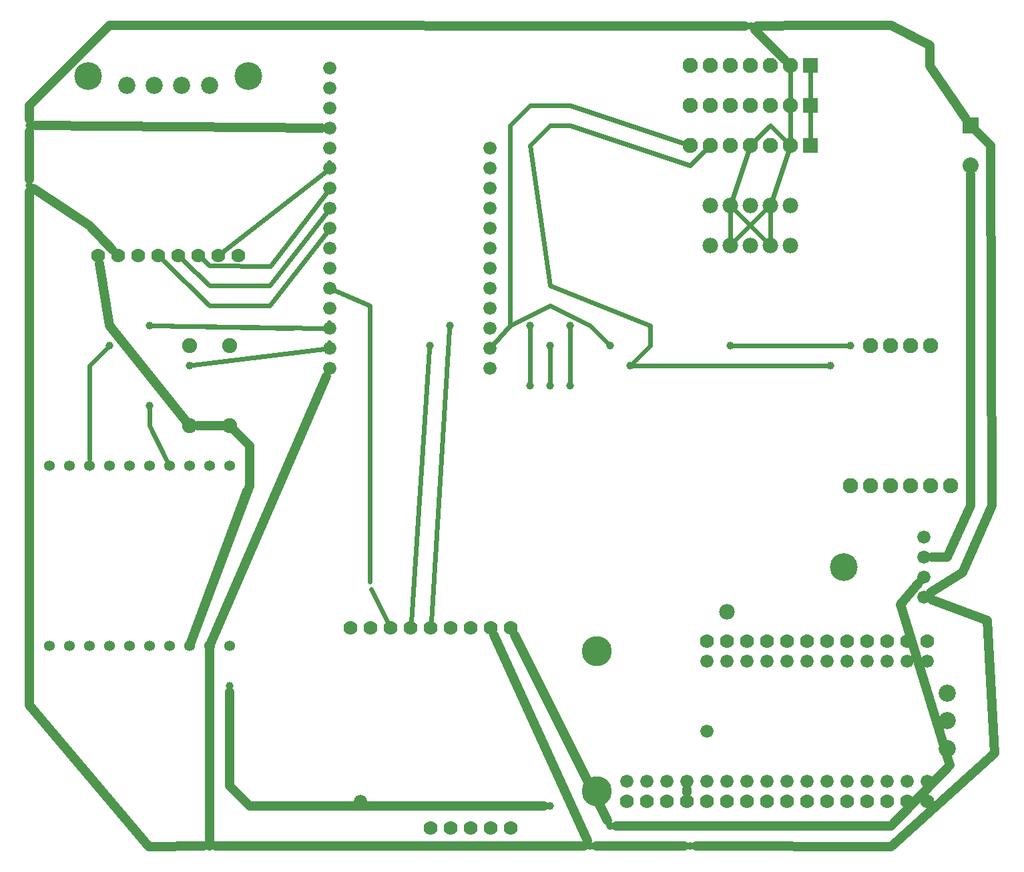
<source format=gbl>
G04 MADE WITH FRITZING*
G04 WWW.FRITZING.ORG*
G04 DOUBLE SIDED*
G04 HOLES PLATED*
G04 CONTOUR ON CENTER OF CONTOUR VECTOR*
%ASAXBY*%
%FSLAX23Y23*%
%MOIN*%
%OFA0B0*%
%SFA1.0B1.0*%
%ADD10C,0.066000*%
%ADD11C,0.070000*%
%ADD12C,0.076000*%
%ADD13C,0.150000*%
%ADD14C,0.086000*%
%ADD15C,0.138425*%
%ADD16C,0.078000*%
%ADD17C,0.080000*%
%ADD18C,0.053528*%
%ADD19C,0.075000*%
%ADD20C,0.039370*%
%ADD21R,0.076000X0.076000*%
%ADD22R,0.080000X0.080000*%
%ADD23C,0.024000*%
%ADD24C,0.048000*%
%LNCOPPER0*%
G90*
G70*
G54D10*
X1602Y2518D03*
X1602Y2618D03*
X1602Y2718D03*
X1602Y2818D03*
X1602Y2918D03*
X1602Y3018D03*
X1602Y3118D03*
X1602Y3218D03*
X1602Y3318D03*
X1602Y3418D03*
X1602Y3518D03*
X1602Y3618D03*
X1602Y3718D03*
X1602Y3818D03*
X1602Y3918D03*
X1602Y4018D03*
X2402Y3618D03*
X2402Y3518D03*
X2402Y3418D03*
X2402Y3318D03*
X2402Y3218D03*
X2402Y3118D03*
X2402Y3018D03*
X2402Y2918D03*
X2402Y2818D03*
X2402Y2718D03*
X2402Y2618D03*
X2402Y2518D03*
G54D11*
X2505Y222D03*
X2405Y222D03*
X2305Y222D03*
X2205Y222D03*
X2105Y222D03*
G54D10*
X1755Y357D03*
G54D11*
X2505Y1222D03*
X2405Y1222D03*
X2305Y1222D03*
X2205Y1222D03*
X2105Y1222D03*
X2005Y1222D03*
X1905Y1222D03*
X1805Y1222D03*
X1705Y1222D03*
G54D12*
X4000Y3833D03*
X3900Y3833D03*
X3800Y3833D03*
X3700Y3833D03*
X3600Y3833D03*
X3500Y3833D03*
X3400Y3833D03*
X4000Y4033D03*
X3900Y4033D03*
X3800Y4033D03*
X3700Y4033D03*
X3600Y4033D03*
X3500Y4033D03*
X3400Y4033D03*
X4000Y3633D03*
X3900Y3633D03*
X3800Y3633D03*
X3700Y3633D03*
X3600Y3633D03*
X3500Y3633D03*
X3400Y3633D03*
X4200Y1933D03*
X4300Y1933D03*
X4400Y1933D03*
X4500Y1933D03*
X4600Y1933D03*
X4700Y1933D03*
X4300Y2633D03*
X4400Y2633D03*
X4500Y2633D03*
X4600Y2633D03*
G54D11*
X4283Y356D03*
G54D13*
X2933Y1106D03*
G54D11*
X4183Y1156D03*
G54D14*
X4683Y758D03*
G54D11*
X4583Y1156D03*
X3783Y1156D03*
G54D10*
X4583Y456D03*
X4483Y456D03*
X4383Y456D03*
X4283Y456D03*
G54D11*
X4083Y356D03*
G54D10*
X4183Y456D03*
G54D11*
X4483Y356D03*
G54D10*
X4083Y456D03*
G54D11*
X4383Y1156D03*
G54D10*
X3983Y456D03*
G54D11*
X3983Y1156D03*
G54D10*
X3883Y456D03*
G54D11*
X3583Y1156D03*
G54D10*
X3783Y456D03*
X3683Y456D03*
X3583Y456D03*
X3483Y456D03*
X3383Y456D03*
X3283Y456D03*
X3183Y456D03*
G54D11*
X3983Y356D03*
G54D10*
X3083Y456D03*
G54D11*
X4183Y356D03*
G54D10*
X3483Y706D03*
G54D11*
X4383Y356D03*
G54D10*
X3483Y1056D03*
G54D11*
X4583Y356D03*
G54D10*
X3583Y1056D03*
G54D11*
X4483Y1156D03*
G54D10*
X3683Y1056D03*
G54D11*
X4283Y1156D03*
G54D10*
X3783Y1056D03*
G54D11*
X4083Y1156D03*
G54D10*
X3883Y1056D03*
G54D11*
X3883Y1156D03*
G54D10*
X3983Y1056D03*
G54D11*
X3683Y1156D03*
G54D10*
X4083Y1056D03*
G54D11*
X3483Y1156D03*
G54D10*
X4183Y1056D03*
G54D13*
X2933Y406D03*
G54D10*
X4283Y1056D03*
X4383Y1056D03*
X4483Y1056D03*
X4583Y1056D03*
G54D11*
X3083Y356D03*
X3183Y356D03*
X3283Y356D03*
X3383Y356D03*
X3483Y356D03*
X3583Y356D03*
X3683Y356D03*
G54D14*
X4683Y896D03*
G54D11*
X3783Y356D03*
G54D14*
X4683Y620D03*
G54D11*
X3883Y356D03*
G54D15*
X4167Y1527D03*
G54D10*
X4567Y1677D03*
X4567Y1577D03*
X4567Y1477D03*
X4567Y1377D03*
G54D16*
X3500Y3333D03*
X3600Y3333D03*
X3700Y3333D03*
X3800Y3333D03*
X3900Y3333D03*
G54D17*
X4800Y3733D03*
X4800Y3533D03*
G54D18*
X200Y1133D03*
X300Y1133D03*
X400Y1133D03*
X500Y1133D03*
X600Y1133D03*
X700Y1133D03*
X800Y1133D03*
X900Y1133D03*
X1000Y1133D03*
X1100Y1133D03*
X200Y2033D03*
X300Y2033D03*
X400Y2033D03*
X500Y2033D03*
X600Y2033D03*
X700Y2033D03*
X800Y2033D03*
X900Y2033D03*
X1000Y2033D03*
X1100Y2033D03*
G54D16*
X3583Y1301D03*
X3500Y3133D03*
X3600Y3133D03*
X3700Y3133D03*
X3800Y3133D03*
X3900Y3133D03*
G54D14*
X587Y3933D03*
G54D15*
X393Y3978D03*
G54D14*
X862Y3933D03*
G54D11*
X443Y3083D03*
X543Y3083D03*
G54D15*
X1193Y3978D03*
G54D11*
X643Y3083D03*
X743Y3083D03*
X843Y3083D03*
X943Y3083D03*
X1043Y3083D03*
X1143Y3083D03*
G54D14*
X1000Y3933D03*
X725Y3933D03*
G54D19*
X900Y2633D03*
X900Y2233D03*
X1100Y2633D03*
X1100Y2233D03*
G54D20*
X1100Y933D03*
X2700Y333D03*
X3000Y233D03*
X500Y2633D03*
X700Y2733D03*
X900Y2533D03*
X700Y2333D03*
X4200Y2633D03*
X2100Y2633D03*
X2200Y2733D03*
X2700Y2433D03*
X2700Y2633D03*
X2600Y2733D03*
X2600Y2433D03*
X2800Y2733D03*
X2800Y2433D03*
X3000Y2633D03*
X3100Y2533D03*
X4100Y2533D03*
X3600Y2633D03*
X2900Y133D03*
X1000Y133D03*
X100Y3433D03*
X100Y3733D03*
X3704Y4229D03*
X1200Y1933D03*
X3000Y233D03*
X3400Y133D03*
G54D21*
X4000Y3833D03*
X4000Y4033D03*
X4000Y3633D03*
G54D22*
X4800Y3733D03*
G54D23*
X3900Y4002D02*
X3900Y3833D01*
G54D24*
D02*
X3383Y414D02*
X3383Y398D01*
G54D23*
D02*
X3900Y3802D02*
X3900Y3633D01*
D02*
X3800Y3733D02*
X3900Y3633D01*
D02*
X3722Y3654D02*
X3800Y3733D01*
G54D24*
D02*
X1000Y1133D02*
X1585Y2480D01*
D02*
X1000Y133D02*
X1000Y1133D01*
D02*
X1000Y1087D02*
X1000Y133D01*
D02*
X1000Y163D02*
X1000Y1087D01*
D02*
X2870Y133D02*
X1030Y133D01*
D02*
X2422Y1184D02*
X2888Y160D01*
D02*
X400Y3233D02*
X514Y3113D01*
D02*
X125Y3416D02*
X400Y3233D01*
D02*
X100Y3702D02*
X100Y3463D01*
D02*
X1560Y3719D02*
X130Y3732D01*
D02*
X2523Y1185D02*
X2987Y259D01*
D02*
X4404Y231D02*
X4698Y534D01*
D02*
X3030Y233D02*
X4404Y231D01*
D02*
X4698Y534D02*
X4450Y1338D01*
D02*
X4450Y1338D02*
X4540Y1445D01*
D02*
X1200Y333D02*
X2670Y333D01*
D02*
X1100Y433D02*
X1200Y333D01*
D02*
X1100Y902D02*
X1100Y433D01*
D02*
X1100Y2233D02*
X940Y2233D01*
D02*
X1200Y1933D02*
X1200Y2133D01*
D02*
X1200Y2133D02*
X1100Y2233D01*
D02*
X900Y1133D02*
X1200Y1933D01*
D02*
X1189Y1904D02*
X900Y1133D01*
D02*
X1200Y2133D02*
X1200Y1963D01*
D02*
X1128Y2204D02*
X1200Y2133D01*
D02*
X500Y2733D02*
X900Y2233D01*
D02*
X450Y3041D02*
X500Y2733D01*
G54D23*
D02*
X1000Y2833D02*
X765Y3061D01*
D02*
X1583Y3194D02*
X1300Y2833D01*
D02*
X1300Y2833D02*
X1000Y2833D01*
D02*
X1000Y2933D02*
X865Y3061D01*
D02*
X1583Y3294D02*
X1300Y2933D01*
D02*
X1300Y2933D02*
X1000Y2933D01*
D02*
X1000Y3033D02*
X966Y3062D01*
D02*
X1304Y3030D02*
X1000Y3033D01*
D02*
X1583Y3394D02*
X1304Y3030D01*
D02*
X1577Y3499D02*
X1067Y3102D01*
D02*
X1598Y3549D02*
X1600Y3533D01*
D02*
X487Y2619D02*
X400Y2533D01*
D02*
X1418Y2719D02*
X719Y2732D01*
D02*
X400Y2533D02*
X400Y2067D01*
D02*
X1598Y2749D02*
X1600Y2733D01*
D02*
X700Y2233D02*
X785Y2063D01*
D02*
X700Y2314D02*
X700Y2233D01*
D02*
X1598Y2649D02*
X1600Y2633D01*
D02*
X4000Y3633D02*
X4000Y3802D01*
D02*
X4000Y4002D02*
X4000Y3633D01*
D02*
X1800Y2833D02*
X1800Y1452D01*
D02*
X1630Y2906D02*
X1800Y2833D01*
D02*
X2099Y2614D02*
X2007Y1253D01*
D02*
X2199Y2714D02*
X2107Y1253D01*
D02*
X2600Y3833D02*
X2500Y3733D01*
D02*
X2500Y2733D02*
X2422Y2642D01*
D02*
X2800Y3833D02*
X2600Y3833D01*
D02*
X2500Y3733D02*
X2500Y2733D01*
D02*
X3400Y3633D02*
X2800Y3833D01*
D02*
X2700Y2614D02*
X2700Y2452D01*
D02*
X2800Y2714D02*
X2800Y2452D01*
D02*
X2600Y2452D02*
X2600Y2714D01*
D02*
X2700Y2833D02*
X2500Y2733D01*
D02*
X2900Y2733D02*
X2700Y2833D01*
D02*
X2987Y2646D02*
X2900Y2733D01*
D02*
X2600Y3833D02*
X2800Y3833D01*
D02*
X2500Y2733D02*
X2500Y3733D01*
D02*
X2800Y3833D02*
X3400Y3633D01*
D02*
X2500Y3733D02*
X2600Y3833D01*
D02*
X3600Y3302D02*
X3600Y3163D01*
D02*
X3800Y3163D02*
X3800Y3302D01*
D02*
X3779Y3154D02*
X3621Y3311D01*
D02*
X3779Y3311D02*
X3621Y3154D01*
D02*
X3610Y3361D02*
X3690Y3603D01*
D02*
X3890Y3603D02*
X3810Y3361D01*
D02*
X3200Y2733D02*
X3200Y2633D01*
D02*
X3200Y2633D02*
X3113Y2546D01*
D02*
X2700Y3733D02*
X2600Y3633D01*
D02*
X2700Y2933D02*
X3200Y2733D01*
D02*
X3400Y3533D02*
X2800Y3733D01*
D02*
X3478Y3611D02*
X3400Y3533D01*
D02*
X2600Y3633D02*
X2700Y2933D01*
D02*
X2800Y3733D02*
X2700Y3733D01*
D02*
X3119Y2533D02*
X4081Y2533D01*
D02*
X4181Y2633D02*
X3619Y2633D01*
G54D24*
D02*
X4922Y594D02*
X4883Y1260D01*
D02*
X4883Y1260D02*
X4606Y1362D01*
D02*
X4404Y130D02*
X4922Y594D01*
D02*
X2930Y133D02*
X3370Y133D01*
D02*
X3430Y132D02*
X4404Y130D01*
D02*
X100Y3402D02*
X101Y836D01*
D02*
X101Y836D02*
X698Y130D01*
D02*
X698Y130D02*
X970Y132D01*
D02*
X3800Y4133D02*
X3870Y4062D01*
D02*
X100Y3833D02*
X500Y4233D01*
D02*
X500Y4233D02*
X3674Y4229D01*
D02*
X3725Y4208D02*
X3800Y4133D01*
D02*
X100Y3763D02*
X100Y3833D01*
D02*
X4900Y3633D02*
X4830Y3703D01*
D02*
X4761Y1499D02*
X4906Y1833D01*
D02*
X4906Y1833D02*
X4900Y3633D01*
D02*
X4602Y1399D02*
X4761Y1499D01*
D02*
X4597Y4030D02*
X4776Y3767D01*
D02*
X4000Y4233D02*
X4404Y4232D01*
D02*
X4597Y4131D02*
X4597Y4030D01*
D02*
X4404Y4232D02*
X4597Y4131D01*
D02*
X3734Y4229D02*
X4000Y4233D01*
D02*
X4800Y3433D02*
X4800Y3490D01*
D02*
X4800Y1833D02*
X4800Y3433D01*
D02*
X4683Y1577D02*
X4800Y1833D01*
D02*
X4609Y1577D02*
X4683Y1577D01*
G54D23*
D02*
X900Y1133D02*
X1193Y1915D01*
D02*
X1808Y1416D02*
X1891Y1250D01*
D02*
X1571Y2719D02*
X719Y2732D01*
D02*
X919Y2535D02*
X1571Y2615D01*
G04 End of Copper0*
M02*
</source>
